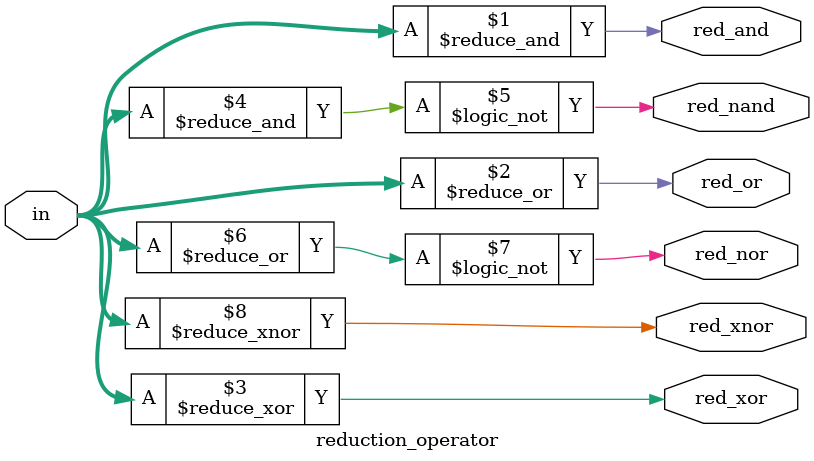
<source format=v>
module reduction_operator (
    input  [3:0] in,
    output red_and,
    output red_or,
    output red_xor,
    output red_nand,
    output red_nor,
    output red_xnor
);

assign red_and  = &in;     // Reduction AND
assign red_or   = |in;     // Reduction OR
assign red_xor  = ^in;     // Reduction XOR
assign red_nand = ~&in;    // Reduction NAND
assign red_nor  = ~|in;    // Reduction NOR
assign red_xnor = ~^in;    // Reduction XNOR

endmodule

</source>
